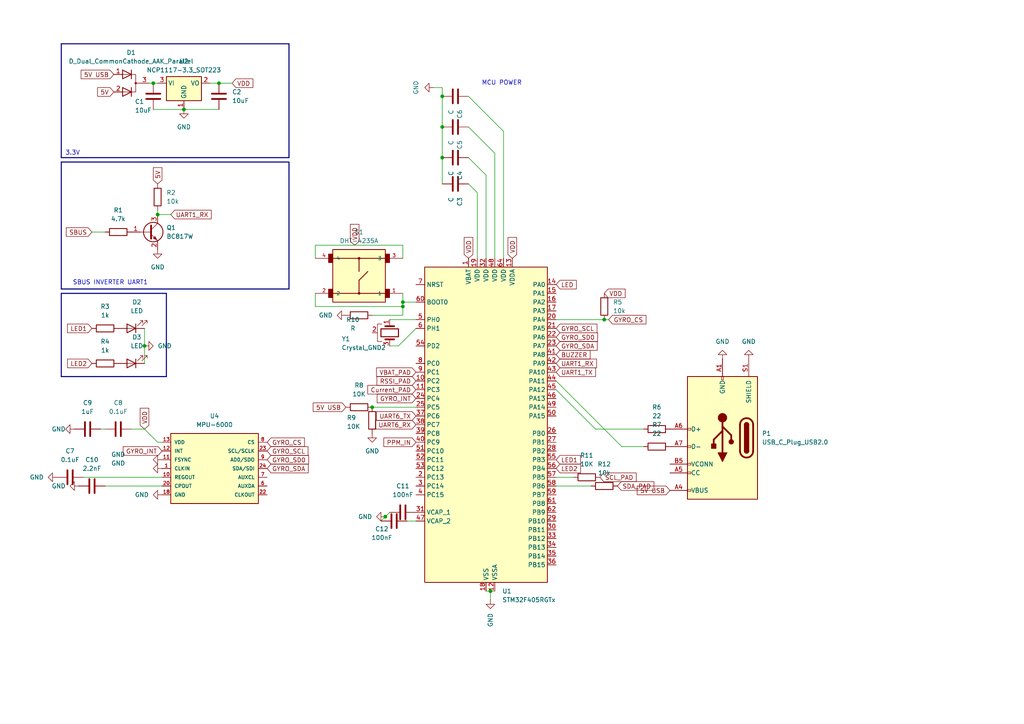
<source format=kicad_sch>
(kicad_sch (version 20250114) (generator "eeschema") (generator_version "9.0")
  (paper "A4")
  (lib_symbols
    (symbol "Connector:USB_C_Plug_USB2.0" (pin_names (offset 1.016))
      (property "Reference" "P" (at -10.16 19.05 0))
      (property "Value" "USB_C_Plug_USB2.0" (at 12.7 19.05 0))
      (symbol "USB_C_Plug_USB2.0_0_0"
        (rectangle (start -0.254 -17.78) (end 0.254 -16.764))
        (rectangle (start 10.16 15.494) (end 9.144 14.986))
        (rectangle (start 10.16 10.414) (end 9.144 9.906))
        (rectangle (start 10.16 7.874) (end 9.144 7.366))
        (rectangle (start 10.16 2.794) (end 9.144 2.286))
        (rectangle (start 10.16 -2.286) (end 9.144 -2.794))
      )
      (symbol "USB_C_Plug_USB2.0_0_1"
        (rectangle (start -10.16 17.78) (end 10.16 -17.78) (stroke (width 0.254)) (fill (type background)))
        (polyline (pts (xy -8.89 -3.81) (xy -8.89 3.81)) (stroke (width 0.508)))
        (rectangle (start -7.62 -3.81) (end -6.35 3.81) (stroke (width 0.254)) (fill (type outline)))
        (arc (start -7.62 3.81) (mid -6.985 4.4423) (end -6.35 3.81) (stroke (width 0.254)))
        (arc (start -7.62 3.81) (mid -6.985 4.4423) (end -6.35 3.81) (stroke (width 0.254)) (fill (type outline)))
        (arc (start -8.89 3.81) (mid -6.985 5.7067) (end -5.08 3.81) (stroke (width 0.508)))
        (arc (start -5.08 -3.81) (mid -6.985 -5.7067) (end -8.89 -3.81) (stroke (width 0.508)))
        (arc (start -6.35 -3.81) (mid -6.985 -4.4423) (end -7.62 -3.81) (stroke (width 0.254)))
        (arc (start -6.35 -3.81) (mid -6.985 -4.4423) (end -7.62 -3.81) (stroke (width 0.254)) (fill (type outline)))
        (polyline (pts (xy -5.08 3.81) (xy -5.08 -3.81)) (stroke (width 0.508)))
        (circle (center -2.54 1.143) (radius 0.635) (stroke (width 0.254)) (fill (type outline)))
        (polyline (pts (xy -1.27 4.318) (xy 0 6.858) (xy 1.27 4.318) (xy -1.27 4.318)) (stroke (width 0.254)) (fill (type outline)))
        (polyline (pts (xy 0 -2.032) (xy 2.54 0.508) (xy 2.54 1.778)) (stroke (width 0.508)))
        (polyline (pts (xy 0 -3.302) (xy -2.54 -0.762) (xy -2.54 0.508)) (stroke (width 0.508)))
        (polyline (pts (xy 0 -5.842) (xy 0 4.318)) (stroke (width 0.508)))
        (circle (center 0 -5.842) (radius 1.27) (fill (type outline)))
        (rectangle (start 1.905 1.778) (end 3.175 3.048) (stroke (width 0.254)) (fill (type outline)))
      )
      (symbol "USB_C_Plug_USB2.0_1_1"
        (pin passive line (at -7.62 -22.86 90) (length 5.08) (name "SHIELD") (number "S1"))
        (pin passive line (at 0 -22.86 90) (length 5.08) (name "GND") (number "A1"))
        (pin passive line (at 0 -22.86 90) (length 5.08) (hide yes) (name "GND") (number "A12"))
        (pin passive line (at 0 -22.86 90) (length 5.08) (hide yes) (name "GND") (number "B1"))
        (pin passive line (at 0 -22.86 90) (length 5.08) (hide yes) (name "GND") (number "B12"))
        (pin passive line (at 15.24 15.24 180) (length 5.08) (name "VBUS") (number "A4"))
        (pin passive line (at 15.24 15.24 180) (length 5.08) (hide yes) (name "VBUS") (number "A9"))
        (pin passive line (at 15.24 15.24 180) (length 5.08) (hide yes) (name "VBUS") (number "B4"))
        (pin passive line (at 15.24 15.24 180) (length 5.08) (hide yes) (name "VBUS") (number "B9"))
        (pin bidirectional line (at 15.24 10.16 180) (length 5.08) (name "CC") (number "A5"))
        (pin bidirectional line (at 15.24 7.62 180) (length 5.08) (name "VCONN") (number "B5"))
        (pin bidirectional line (at 15.24 2.54 180) (length 5.08) (name "D-") (number "A7"))
        (pin bidirectional line (at 15.24 -2.54 180) (length 5.08) (name "D+") (number "A6"))
      )
    )
    (symbol "DHT-4235A:DHT-4235A" (pin_names (offset 1.016))
      (property "Reference" "S" (at -7.6222 7.6222 0))
      (property "Value" "DHT-4235A" (at -7.6222 -8.8926 0))
      (symbol "DHT-4235A_0_0"
        (rectangle (start -8.9065 3.8171) (end -7.62 6.35) (stroke (width 0.1)) (fill (type outline)))
        (rectangle (start -8.9051 -6.3608) (end -7.62 -3.81) (stroke (width 0.1)) (fill (type outline)))
        (rectangle (start -7.62 -7.62) (end 7.62 7.62) (stroke (width 0.254)) (fill (type background)))
        (circle (center 0 5.08) (radius 0.254) (stroke (width 0.254)))
        (polyline (pts (xy 0 5.08) (xy -7.62 5.08)) (stroke (width 0.254)))
        (polyline (pts (xy 0 5.08) (xy 0 1.27)) (stroke (width 0.254)))
        (polyline (pts (xy 0 1.27) (xy -2.54 -1.27)) (stroke (width 0.254)))
        (polyline (pts (xy 0 -5.08) (xy -7.62 -5.08)) (stroke (width 0.254)))
        (polyline (pts (xy 0 -5.08) (xy 0 -1.27)) (stroke (width 0.254)))
        (circle (center 0 -5.08) (radius 0.254) (stroke (width 0.254)))
        (polyline (pts (xy 7.62 5.08) (xy 0 5.08)) (stroke (width 0.254)))
        (polyline (pts (xy 7.62 -5.08) (xy 0 -5.08)) (stroke (width 0.254)))
        (rectangle (start 7.6258 3.8129) (end 8.89 6.35) (stroke (width 0.1)) (fill (type outline)))
        (rectangle (start 7.6263 -6.3553) (end 8.89 -3.81) (stroke (width 0.1)) (fill (type outline)))
        (pin passive line (at -12.7 5.08 0) (length 5.08) (name "1") (number "1"))
        (pin passive line (at -12.7 -5.08 0) (length 5.08) (name "3") (number "3"))
        (pin passive line (at 12.7 5.08 180) (length 5.08) (name "2") (number "2"))
        (pin passive line (at 12.7 -5.08 180) (length 5.08) (name "4") (number "4"))
      )
    )
    (symbol "Device:C" (pin_numbers (hide yes)) (pin_names (offset 0.254))
      (property "Reference" "C" (at 0.635 2.54 0))
      (property "Value" "C" (at 0.635 -2.54 0))
      (symbol "C_0_1"
        (polyline (pts (xy -2.032 0.762) (xy 2.032 0.762)) (stroke (width 0.508)))
        (polyline (pts (xy -2.032 -0.762) (xy 2.032 -0.762)) (stroke (width 0.508)))
      )
      (symbol "C_1_1"
        (pin passive line (at 0 3.81 270) (length 2.794) (name "~") (number "1"))
        (pin passive line (at 0 -3.81 90) (length 2.794) (name "~") (number "2"))
      )
    )
    (symbol "Device:Crystal_GND2" (pin_names (offset 1.016) (hide yes))
      (property "Reference" "Y" (at 0 5.715 0))
      (property "Value" "Crystal_GND2" (at 0 3.81 0))
      (symbol "Crystal_GND2_0_1"
        (polyline (pts (xy -2.54 0) (xy -1.905 0)))
        (polyline (pts (xy -2.54 -2.286) (xy -2.54 -3.556) (xy 2.54 -3.556) (xy 2.54 -2.286)))
        (polyline (pts (xy -1.905 -1.27) (xy -1.905 1.27)) (stroke (width 0.508)))
        (rectangle (start -1.143 2.54) (end 1.143 -2.54) (stroke (width 0.3048)))
        (polyline (pts (xy 0 -3.81) (xy 0 -3.556)))
        (polyline (pts (xy 1.905 1.27) (xy 1.905 -1.27)) (stroke (width 0.508)))
        (polyline (pts (xy 1.905 0) (xy 2.54 0)))
      )
      (symbol "Crystal_GND2_1_1"
        (pin passive line (at -3.81 0 0) (length 1.27) (name "1") (number "1"))
        (pin passive line (at 0 -5.08 90) (length 1.27) (name "2") (number "2"))
        (pin passive line (at 3.81 0 180) (length 1.27) (name "3") (number "3"))
      )
    )
    (symbol "Device:D_Dual_CommonCathode_AAK_Parallel" (pin_names (offset 0.762) (hide yes))
      (property "Reference" "D" (at 0 5.08 0))
      (property "Value" "D_Dual_CommonCathode_AAK_Parallel" (at 0 -5.08 0))
      (symbol "D_Dual_CommonCathode_AAK_Parallel_0_0"
        (polyline (pts (xy 0 1.27) (xy 0 3.81)) (stroke (width 0.254)))
        (polyline (pts (xy 0 -1.27) (xy 0 -3.81)) (stroke (width 0.254)))
      )
      (symbol "D_Dual_CommonCathode_AAK_Parallel_0_1"
        (polyline (pts (xy -2.54 3.81) (xy 0 2.54) (xy -2.54 1.27) (xy -2.54 3.81) (xy -2.54 3.81) (xy -2.54 3.81)) (stroke (width 0.254)))
        (polyline (pts (xy -2.54 -1.27) (xy 0 -2.54) (xy -2.54 -3.81) (xy -2.54 -1.27) (xy -2.54 -1.27) (xy -2.54 -1.27)) (stroke (width 0.254)))
        (polyline (pts (xy -2.54 -2.54) (xy 1.27 -2.54) (xy 1.27 2.54) (xy -2.54 2.54)))
        (polyline (pts (xy 1.27 0) (xy 2.54 0)))
        (circle (center 1.27 0) (radius 0.254) (fill (type outline)))
        (pin passive line (at -5.08 2.54 0) (length 2.54) (name "A") (number "1"))
        (pin passive line (at -5.08 -2.54 0) (length 2.54) (name "A") (number "2"))
        (pin passive line (at 5.08 0 180) (length 2.54) (name "K") (number "3"))
      )
    )
    (symbol "Device:LED" (pin_numbers (hide yes)) (pin_names (offset 1.016) (hide yes))
      (property "Reference" "D" (at 0 2.54 0))
      (property "Value" "LED" (at 0 -2.54 0))
      (symbol "LED_0_1"
        (polyline (pts (xy -3.048 -0.762) (xy -4.572 -2.286) (xy -3.81 -2.286) (xy -4.572 -2.286) (xy -4.572 -1.524)))
        (polyline (pts (xy -1.778 -0.762) (xy -3.302 -2.286) (xy -2.54 -2.286) (xy -3.302 -2.286) (xy -3.302 -1.524)))
        (polyline (pts (xy -1.27 0) (xy 1.27 0)))
        (polyline (pts (xy -1.27 -1.27) (xy -1.27 1.27)) (stroke (width 0.254)))
        (polyline (pts (xy 1.27 -1.27) (xy 1.27 1.27) (xy -1.27 0) (xy 1.27 -1.27)) (stroke (width 0.254)))
      )
      (symbol "LED_1_1"
        (pin passive line (at -3.81 0 0) (length 2.54) (name "K") (number "1"))
        (pin passive line (at 3.81 0 180) (length 2.54) (name "A") (number "2"))
      )
    )
    (symbol "Device:R" (pin_numbers (hide yes)) (pin_names (offset 0))
      (property "Reference" "R" (at 2.032 0 90))
      (property "Value" "R" (at 0 0 90))
      (symbol "R_0_1"
        (rectangle (start -1.016 -2.54) (end 1.016 2.54) (stroke (width 0.254)))
      )
      (symbol "R_1_1"
        (pin passive line (at 0 3.81 270) (length 1.27) (name "~") (number "1"))
        (pin passive line (at 0 -3.81 90) (length 1.27) (name "~") (number "2"))
      )
    )
    (symbol "MCU_ST_STM32F4:STM32F405RGTx"
      (property "Reference" "U" (at -17.78 46.99 0))
      (property "Value" "STM32F405RGTx" (at 10.16 46.99 0))
      (symbol "STM32F405RGTx_0_1"
        (rectangle (start -17.78 -45.72) (end 17.78 45.72) (stroke (width 0.254)) (fill (type background)))
      )
      (symbol "STM32F405RGTx_1_1"
        (pin input line (at -20.32 40.64 0) (length 2.54) (name "NRST") (number "7"))
        (pin input line (at -20.32 35.56 0) (length 2.54) (name "BOOT0") (number "60"))
        (pin bidirectional line (at -20.32 30.48 0) (length 2.54) (name "PH0") (number "5"))
        (pin bidirectional line (at -20.32 27.94 0) (length 2.54) (name "PH1") (number "6"))
        (pin bidirectional line (at -20.32 22.86 0) (length 2.54) (name "PD2") (number "54"))
        (pin bidirectional line (at -20.32 17.78 0) (length 2.54) (name "PC0") (number "8"))
        (pin bidirectional line (at -20.32 15.24 0) (length 2.54) (name "PC1") (number "9"))
        (pin bidirectional line (at -20.32 12.7 0) (length 2.54) (name "PC2") (number "10"))
        (pin bidirectional line (at -20.32 10.16 0) (length 2.54) (name "PC3") (number "11"))
        (pin bidirectional line (at -20.32 7.62 0) (length 2.54) (name "PC4") (number "24"))
        (pin bidirectional line (at -20.32 5.08 0) (length 2.54) (name "PC5") (number "25"))
        (pin bidirectional line (at -20.32 2.54 0) (length 2.54) (name "PC6") (number "37"))
        (pin bidirectional line (at -20.32 0 0) (length 2.54) (name "PC7") (number "38"))
        (pin bidirectional line (at -20.32 -2.54 0) (length 2.54) (name "PC8") (number "39"))
        (pin bidirectional line (at -20.32 -5.08 0) (length 2.54) (name "PC9") (number "40"))
        (pin bidirectional line (at -20.32 -7.62 0) (length 2.54) (name "PC10") (number "51"))
        (pin bidirectional line (at -20.32 -10.16 0) (length 2.54) (name "PC11") (number "52"))
        (pin bidirectional line (at -20.32 -12.7 0) (length 2.54) (name "PC12") (number "53"))
        (pin bidirectional line (at -20.32 -15.24 0) (length 2.54) (name "PC13") (number "2"))
        (pin bidirectional line (at -20.32 -17.78 0) (length 2.54) (name "PC14") (number "3"))
        (pin bidirectional line (at -20.32 -20.32 0) (length 2.54) (name "PC15") (number "4"))
        (pin power_out line (at -20.32 -25.4 0) (length 2.54) (name "VCAP_1") (number "31"))
        (pin power_out line (at -20.32 -27.94 0) (length 2.54) (name "VCAP_2") (number "47"))
        (pin power_in line (at -5.08 48.26 270) (length 2.54) (name "VBAT") (number "1"))
        (pin power_in line (at -2.54 48.26 270) (length 2.54) (name "VDD") (number "19"))
        (pin power_in line (at 0 48.26 270) (length 2.54) (name "VDD") (number "32"))
        (pin power_in line (at 0 -48.26 90) (length 2.54) (name "VSS") (number "18"))
        (pin passive line (at 0 -48.26 90) (length 2.54) (hide yes) (name "VSS") (number "63"))
        (pin power_in line (at 2.54 48.26 270) (length 2.54) (name "VDD") (number "48"))
        (pin power_in line (at 2.54 -48.26 90) (length 2.54) (name "VSSA") (number "12"))
        (pin power_in line (at 5.08 48.26 270) (length 2.54) (name "VDD") (number "64"))
        (pin power_in line (at 7.62 48.26 270) (length 2.54) (name "VDDA") (number "13"))
        (pin bidirectional line (at 20.32 40.64 180) (length 2.54) (name "PA0") (number "14"))
        (pin bidirectional line (at 20.32 38.1 180) (length 2.54) (name "PA1") (number "15"))
        (pin bidirectional line (at 20.32 35.56 180) (length 2.54) (name "PA2") (number "16"))
        (pin bidirectional line (at 20.32 33.02 180) (length 2.54) (name "PA3") (number "17"))
        (pin bidirectional line (at 20.32 30.48 180) (length 2.54) (name "PA4") (number "20"))
        (pin bidirectional line (at 20.32 27.94 180) (length 2.54) (name "PA5") (number "21"))
        (pin bidirectional line (at 20.32 25.4 180) (length 2.54) (name "PA6") (number "22"))
        (pin bidirectional line (at 20.32 22.86 180) (length 2.54) (name "PA7") (number "23"))
        (pin bidirectional line (at 20.32 20.32 180) (length 2.54) (name "PA8") (number "41"))
        (pin bidirectional line (at 20.32 17.78 180) (length 2.54) (name "PA9") (number "42"))
        (pin bidirectional line (at 20.32 15.24 180) (length 2.54) (name "PA10") (number "43"))
        (pin bidirectional line (at 20.32 12.7 180) (length 2.54) (name "PA11") (number "44"))
        (pin bidirectional line (at 20.32 10.16 180) (length 2.54) (name "PA12") (number "45"))
        (pin bidirectional line (at 20.32 7.62 180) (length 2.54) (name "PA13") (number "46"))
        (pin bidirectional line (at 20.32 5.08 180) (length 2.54) (name "PA14") (number "49"))
        (pin bidirectional line (at 20.32 2.54 180) (length 2.54) (name "PA15") (number "50"))
        (pin bidirectional line (at 20.32 -2.54 180) (length 2.54) (name "PB0") (number "26"))
        (pin bidirectional line (at 20.32 -5.08 180) (length 2.54) (name "PB1") (number "27"))
        (pin bidirectional line (at 20.32 -7.62 180) (length 2.54) (name "PB2") (number "28"))
        (pin bidirectional line (at 20.32 -10.16 180) (length 2.54) (name "PB3") (number "55"))
        (pin bidirectional line (at 20.32 -12.7 180) (length 2.54) (name "PB4") (number "56"))
        (pin bidirectional line (at 20.32 -15.24 180) (length 2.54) (name "PB5") (number "57"))
        (pin bidirectional line (at 20.32 -17.78 180) (length 2.54) (name "PB6") (number "58"))
        (pin bidirectional line (at 20.32 -20.32 180) (length 2.54) (name "PB7") (number "59"))
        (pin bidirectional line (at 20.32 -22.86 180) (length 2.54) (name "PB8") (number "61"))
        (pin bidirectional line (at 20.32 -25.4 180) (length 2.54) (name "PB9") (number "62"))
        (pin bidirectional line (at 20.32 -27.94 180) (length 2.54) (name "PB10") (number "29"))
        (pin bidirectional line (at 20.32 -30.48 180) (length 2.54) (name "PB11") (number "30"))
        (pin bidirectional line (at 20.32 -33.02 180) (length 2.54) (name "PB12") (number "33"))
        (pin bidirectional line (at 20.32 -35.56 180) (length 2.54) (name "PB13") (number "34"))
        (pin bidirectional line (at 20.32 -38.1 180) (length 2.54) (name "PB14") (number "35"))
        (pin bidirectional line (at 20.32 -40.64 180) (length 2.54) (name "PB15") (number "36"))
      )
    )
    (symbol "MPU-6000:MPU-6000" (pin_names (offset 1.016))
      (property "Reference" "U" (at -12.7 10.414 0))
      (property "Value" "MPU-6000" (at -12.7 -10.414 0))
      (symbol "MPU-6000_0_0"
        (rectangle (start -12.7 -10.16) (end 12.7 10.16) (stroke (width 0.254)) (fill (type background)))
        (pin bidirectional line (at -15.24 7.62 0) (length 2.54) (name "VDD") (number "13"))
        (pin bidirectional line (at -15.24 5.08 0) (length 2.54) (name "INT") (number "12"))
        (pin bidirectional line (at -15.24 2.54 0) (length 2.54) (name "FSYNC") (number "11"))
        (pin bidirectional line (at -15.24 0 0) (length 2.54) (name "CLKIN") (number "1"))
        (pin bidirectional line (at -15.24 -2.54 0) (length 2.54) (name "REGOUT") (number "10"))
        (pin bidirectional line (at -15.24 -5.08 0) (length 2.54) (name "CPOUT") (number "20"))
        (pin bidirectional line (at -15.24 -7.62 0) (length 2.54) (name "GND") (number "18"))
        (pin bidirectional line (at 15.24 7.62 180) (length 2.54) (name "CS") (number "8"))
        (pin bidirectional line (at 15.24 5.08 180) (length 2.54) (name "SCL/SCLK") (number "23"))
        (pin bidirectional line (at 15.24 2.54 180) (length 2.54) (name "AD0/SDO") (number "9"))
        (pin bidirectional line (at 15.24 0 180) (length 2.54) (name "SDA/SDI") (number "24"))
        (pin bidirectional line (at 15.24 -2.54 180) (length 2.54) (name "AUXCL") (number "7"))
        (pin bidirectional line (at 15.24 -5.08 180) (length 2.54) (name "AUXDA") (number "6"))
        (pin bidirectional line (at 15.24 -7.62 180) (length 2.54) (name "CLKOUT") (number "22"))
      )
    )
    (symbol "Regulator_Linear:NCP1117-3.3_SOT223"
      (property "Reference" "U" (at -3.81 3.175 0))
      (property "Value" "NCP1117-3.3_SOT223" (at 0 3.175 0))
      (symbol "NCP1117-3.3_SOT223_0_1"
        (rectangle (start -5.08 -5.08) (end 5.08 1.905) (stroke (width 0.254)) (fill (type background)))
      )
      (symbol "NCP1117-3.3_SOT223_1_1"
        (pin power_in line (at -7.62 0 0) (length 2.54) (name "VI") (number "3"))
        (pin power_in line (at 0 -7.62 90) (length 2.54) (name "GND") (number "1"))
        (pin power_out line (at 7.62 0 180) (length 2.54) (name "VO") (number "2"))
      )
    )
    (symbol "Transistor_BJT:BC817W" (pin_names (offset 0) (hide yes))
      (property "Reference" "Q" (at 5.08 1.905 0))
      (property "Value" "BC817W" (at 5.08 0 0))
      (symbol "BC817W_0_1"
        (polyline (pts (xy -2.54 0) (xy 0.635 0)))
        (polyline (pts (xy 0.635 1.905) (xy 0.635 -1.905)) (stroke (width 0.508)))
        (circle (center 1.27 0) (radius 2.8194) (stroke (width 0.254)))
      )
      (symbol "BC817W_1_1"
        (polyline (pts (xy 0.635 0.635) (xy 2.54 2.54)))
        (polyline (pts (xy 0.635 -0.635) (xy 2.54 -2.54)))
        (polyline (pts (xy 1.27 -1.778) (xy 1.778 -1.27) (xy 2.286 -2.286) (xy 1.27 -1.778)) (fill (type outline)))
        (pin input line (at -5.08 0 0) (length 2.54) (name "B") (number "1"))
        (pin passive line (at 2.54 5.08 270) (length 2.54) (name "C") (number "3"))
        (pin passive line (at 2.54 -5.08 90) (length 2.54) (name "E") (number "2"))
      )
    )
    (symbol "power:GND" (power) (pin_numbers (hide yes)) (pin_names (offset 0) (hide yes))
      (property "Value" "GND" (at 0 -3.81 0))
      (symbol "GND_0_1"
        (polyline (pts (xy 0 0) (xy 0 -1.27) (xy 1.27 -1.27) (xy 0 -2.54) (xy -1.27 -1.27) (xy 0 -1.27)))
      )
      (symbol "GND_1_1"
        (pin power_in line (at 0 0 270) (length 0) (name "~") (number "1"))
      )
    )
  )
  (text "SBUS INVERTER UART1" (at 32.004 82.042 0) (effects (font (size 1.27 1.27))))
  (text "3.3V" (at 21.082 44.45 0) (effects (font (size 1.27 1.27))))
  (text "MCU POWER" (at 145.542 24.13 0) (effects (font (size 1.27 1.27))))
  (junction (at 116.84 87.63))
  (junction (at 63.5 24.13))
  (junction (at 45.72 62.23))
  (junction (at 116.84 88.9))
  (junction (at 175.26 92.71))
  (junction (at 128.27 36.83))
  (junction (at 128.27 27.94))
  (junction (at 53.34 31.75))
  (junction (at 41.91 100.33))
  (junction (at 44.45 24.13))
  (junction (at 111.76 149.86))
  (junction (at 107.95 118.11))
  (junction (at 142.24 171.45))
  (junction (at 128.27 45.72))
  (wire (pts (xy 172.72 124.46) (xy 161.29 113.03)))
  (wire (pts (xy 91.44 85.09) (xy 91.44 88.9)))
  (bus (pts (xy 17.78 85.09) (xy 48.26 85.09)))
  (bus (pts (xy 17.78 46.99) (xy 17.78 83.82)))
  (wire (pts (xy 116.84 87.63) (xy 120.65 87.63)))
  (bus (pts (xy 17.78 45.72) (xy 83.82 45.72)))
  (wire (pts (xy 128.27 45.72) (xy 128.27 53.34)))
  (wire (pts (xy 30.48 140.97) (xy 46.99 140.97)))
  (wire (pts (xy 30.48 67.31) (xy 26.67 67.31)))
  (wire (pts (xy 111.76 149.86) (xy 110.49 151.13)))
  (wire (pts (xy 128.27 27.94) (xy 128.27 36.83)))
  (wire (pts (xy 53.34 31.75) (xy 63.5 31.75)))
  (bus (pts (xy 17.78 46.99) (xy 83.82 46.99)))
  (wire (pts (xy 91.44 88.9) (xy 116.84 88.9)))
  (wire (pts (xy 115.57 100.33) (xy 120.65 95.25)))
  (wire (pts (xy 118.11 151.13) (xy 120.65 151.13)))
  (bus (pts (xy 17.78 12.7) (xy 17.78 45.72)))
  (wire (pts (xy 138.43 74.93) (xy 138.43 55.88)))
  (bus (pts (xy 17.78 85.09) (xy 17.78 109.22)))
  (wire (pts (xy 38.1 124.46) (xy 41.91 124.46)))
  (wire (pts (xy 41.91 124.46) (xy 45.72 128.27)))
  (bus (pts (xy 83.82 46.99) (xy 83.82 83.82)))
  (wire (pts (xy 44.45 24.13) (xy 45.72 24.13)))
  (wire (pts (xy 41.91 95.25) (xy 41.91 100.33)))
  (wire (pts (xy 143.51 74.93) (xy 143.51 44.45)))
  (bus (pts (xy 17.78 12.7) (xy 83.82 12.7)))
  (wire (pts (xy 143.51 171.45) (xy 142.24 171.45)))
  (wire (pts (xy 116.84 87.63) (xy 116.84 88.9)))
  (wire (pts (xy 180.34 129.54) (xy 161.29 110.49)))
  (wire (pts (xy 146.05 74.93) (xy 146.05 38.1)))
  (wire (pts (xy 138.43 55.88) (xy 135.89 53.34)))
  (wire (pts (xy 67.31 24.13) (xy 63.5 24.13)))
  (wire (pts (xy 128.27 36.83) (xy 128.27 45.72)))
  (wire (pts (xy 45.72 62.23) (xy 49.53 62.23)))
  (wire (pts (xy 171.45 140.97) (xy 161.29 140.97)))
  (wire (pts (xy 142.24 171.45) (xy 140.97 171.45)))
  (wire (pts (xy 113.03 92.71) (xy 120.65 92.71)))
  (wire (pts (xy 45.72 60.96) (xy 45.72 62.23)))
  (wire (pts (xy 91.44 71.12) (xy 116.84 71.12)))
  (wire (pts (xy 44.45 31.75) (xy 53.34 31.75)))
  (wire (pts (xy 107.95 91.44) (xy 116.84 91.44)))
  (wire (pts (xy 140.97 50.8) (xy 135.89 45.72)))
  (wire (pts (xy 128.27 25.4) (xy 128.27 27.94)))
  (wire (pts (xy 142.24 171.45) (xy 142.24 173.99)))
  (wire (pts (xy 166.37 138.43) (xy 161.29 138.43)))
  (wire (pts (xy 140.97 74.93) (xy 140.97 50.8)))
  (wire (pts (xy 63.5 24.13) (xy 60.96 24.13)))
  (wire (pts (xy 91.44 71.12) (xy 91.44 74.93)))
  (wire (pts (xy 186.69 124.46) (xy 172.72 124.46)))
  (wire (pts (xy 113.03 100.33) (xy 115.57 100.33)))
  (wire (pts (xy 43.18 24.13) (xy 44.45 24.13)))
  (wire (pts (xy 24.13 138.43) (xy 46.99 138.43)))
  (wire (pts (xy 186.69 129.54) (xy 180.34 129.54)))
  (wire (pts (xy 128.27 25.4) (xy 125.73 25.4)))
  (bus (pts (xy 83.82 12.7) (xy 83.82 45.72)))
  (bus (pts (xy 48.26 85.09) (xy 48.26 109.22)))
  (wire (pts (xy 176.53 92.71) (xy 175.26 92.71)))
  (bus (pts (xy 17.78 83.82) (xy 83.82 83.82)))
  (wire (pts (xy 113.03 148.59) (xy 111.76 149.86)))
  (wire (pts (xy 107.95 118.11) (xy 120.65 118.11)))
  (wire (pts (xy 41.91 100.33) (xy 41.91 105.41)))
  (wire (pts (xy 116.84 88.9) (xy 116.84 91.44)))
  (wire (pts (xy 116.84 71.12) (xy 116.84 74.93)))
  (bus (pts (xy 17.78 109.22) (xy 48.26 109.22)))
  (wire (pts (xy 143.51 44.45) (xy 135.89 36.83)))
  (wire (pts (xy 107.95 118.11) (xy 106.68 118.11)))
  (wire (pts (xy 45.72 128.27) (xy 46.99 128.27)))
  (wire (pts (xy 116.84 85.09) (xy 116.84 87.63)))
  (wire (pts (xy 146.05 38.1) (xy 135.89 27.94)))
  (wire (pts (xy 29.21 124.46) (xy 30.48 124.46)))
  (wire (pts (xy 175.26 92.71) (xy 161.29 92.71)))
  (global_label "5V" (shape input) (at 33.02 26.67 180) (property "Intersheetrefs" "${INTERSHEET_REFS}" (effects (hide yes))))
  (global_label "VDD" (shape input) (at 102.87 71.12 90) (property "Intersheetrefs" "${INTERSHEET_REFS}" (effects (hide yes))))
  (global_label "LED1" (shape input) (at 161.29 133.35 0) (property "Intersheetrefs" "${INTERSHEET_REFS}" (effects (hide yes))))
  (global_label "SBUS" (shape input) (at 26.67 67.31 180) (property "Intersheetrefs" "${INTERSHEET_REFS}" (effects (hide yes))))
  (global_label "RSSI_PAD" (shape input) (at 120.65 110.49 180) (property "Intersheetrefs" "${INTERSHEET_REFS}" (effects (hide yes))))
  (global_label "VBAT_PAD" (shape input) (at 120.65 107.95 180) (property "Intersheetrefs" "${INTERSHEET_REFS}" (effects (hide yes))))
  (global_label "GYRO_CS" (shape input) (at 77.47 128.27 0) (property "Intersheetrefs" "${INTERSHEET_REFS}" (effects (hide yes))))
  (global_label "5V USB" (shape input) (at 194.31 142.24 180) (property "Intersheetrefs" "${INTERSHEET_REFS}" (effects (hide yes))))
  (global_label "UART1_RX" (shape input) (at 49.53 62.23 0) (property "Intersheetrefs" "${INTERSHEET_REFS}" (effects (hide yes))))
  (global_label "5V USB" (shape input) (at 33.02 21.59 180) (property "Intersheetrefs" "${INTERSHEET_REFS}" (effects (hide yes))))
  (global_label "SCL_PAD" (shape input) (at 173.99 138.43 0) (property "Intersheetrefs" "${INTERSHEET_REFS}" (effects (hide yes))))
  (global_label "SDA_PAD" (shape input) (at 179.07 140.97 0) (property "Intersheetrefs" "${INTERSHEET_REFS}" (effects (hide yes))))
  (global_label "GYRO_SCL" (shape input) (at 77.47 130.81 0) (property "Intersheetrefs" "${INTERSHEET_REFS}" (effects (hide yes))))
  (global_label "VDD" (shape input) (at 67.31 24.13 0) (property "Intersheetrefs" "${INTERSHEET_REFS}" (effects (hide yes))))
  (global_label "UART1_RX" (shape input) (at 161.29 105.41 0) (property "Intersheetrefs" "${INTERSHEET_REFS}" (effects (hide yes))))
  (global_label "GYRO_INT" (shape input) (at 46.99 130.81 180) (property "Intersheetrefs" "${INTERSHEET_REFS}" (effects (hide yes))))
  (global_label "BUZZER" (shape input) (at 161.29 102.87 0) (property "Intersheetrefs" "${INTERSHEET_REFS}" (effects (hide yes))))
  (global_label "GYRO_SD0" (shape input) (at 161.29 97.79 0) (property "Intersheetrefs" "${INTERSHEET_REFS}" (effects (hide yes))))
  (global_label "LED1" (shape input) (at 26.67 95.25 180) (property "Intersheetrefs" "${INTERSHEET_REFS}" (effects (hide yes))))
  (global_label "5V" (shape input) (at 45.72 53.34 90) (property "Intersheetrefs" "${INTERSHEET_REFS}" (effects (hide yes))))
  (global_label "Current_PAD" (shape input) (at 120.65 113.03 180) (property "Intersheetrefs" "${INTERSHEET_REFS}" (effects (hide yes))))
  (global_label "LED2" (shape input) (at 26.67 105.41 180) (property "Intersheetrefs" "${INTERSHEET_REFS}" (effects (hide yes))))
  (global_label "GYRO_SCL" (shape input) (at 161.29 95.25 0) (property "Intersheetrefs" "${INTERSHEET_REFS}" (effects (hide yes))))
  (global_label "VDD" (shape input) (at 175.26 85.09 0) (property "Intersheetrefs" "${INTERSHEET_REFS}" (effects (hide yes))))
  (global_label "PPM_IN" (shape input) (at 120.65 128.27 180) (property "Intersheetrefs" "${INTERSHEET_REFS}" (effects (hide yes))))
  (global_label "GYRO_SD0" (shape input) (at 77.47 133.35 0) (property "Intersheetrefs" "${INTERSHEET_REFS}" (effects (hide yes))))
  (global_label "5V USB" (shape input) (at 100.33 118.11 180) (property "Intersheetrefs" "${INTERSHEET_REFS}" (effects (hide yes))))
  (global_label "GYRO_SDA" (shape input) (at 77.47 135.89 0) (property "Intersheetrefs" "${INTERSHEET_REFS}" (effects (hide yes))))
  (global_label "GYRO_CS" (shape input) (at 176.53 92.71 0) (property "Intersheetrefs" "${INTERSHEET_REFS}" (effects (hide yes))))
  (global_label "GYRO_SDA" (shape input) (at 161.29 100.33 0) (property "Intersheetrefs" "${INTERSHEET_REFS}" (effects (hide yes))))
  (global_label "UART1_TX" (shape input) (at 161.29 107.95 0) (property "Intersheetrefs" "${INTERSHEET_REFS}" (effects (hide yes))))
  (global_label "VDD" (shape input) (at 41.91 124.46 90) (property "Intersheetrefs" "${INTERSHEET_REFS}" (effects (hide yes))))
  (global_label "LED" (shape input) (at 161.29 82.55 0) (property "Intersheetrefs" "${INTERSHEET_REFS}" (effects (hide yes))))
  (global_label "UART6_RX" (shape input) (at 120.65 123.19 180) (property "Intersheetrefs" "${INTERSHEET_REFS}" (effects (hide yes))))
  (global_label "VDD" (shape input) (at 148.59 74.93 90) (property "Intersheetrefs" "${INTERSHEET_REFS}" (effects (hide yes))))
  (global_label "VDD" (shape input) (at 135.89 74.93 90) (property "Intersheetrefs" "${INTERSHEET_REFS}" (effects (hide yes))))
  (global_label "UART6_TX" (shape input) (at 120.65 120.65 180) (property "Intersheetrefs" "${INTERSHEET_REFS}" (effects (hide yes))))
  (global_label "GYRO_INT" (shape input) (at 120.65 115.57 180) (property "Intersheetrefs" "${INTERSHEET_REFS}" (effects (hide yes))))
  (global_label "LED2" (shape input) (at 161.29 135.89 0) (property "Intersheetrefs" "${INTERSHEET_REFS}" (effects (hide yes))))
  (symbol (lib_id "MCU_ST_STM32F4:STM32F405RGTx") (at 140.97 123.19 0) (unit 1)
    (property "Reference" "U1" (at 145.6533 171.45 0) (effects (justify left)))
    (property "Value" "STM32F405RGTx" (at 145.6533 173.99 0) (effects (justify left)))
    (property "Footprint" "Package_QFP:LQFP-64_10x10mm_P0.5mm" (effects (hide yes)))
    (property "Datasheet" "https://www.st.com/resource/en/datasheet/stm32f405rg.pdf" (effects (hide yes)))
    (property "Description" "STMicroelectronics Arm Cortex-M4 MCU, 1024KB flash, 192KB RAM, 168 MHz, 1.8-3.6V, 51 GPIO, LQFP64" (effects (hide yes)))
  )
  (symbol (lib_id "power:GND") (at 142.24 173.99 0) (unit 1)
    (property "Reference" "#PWR05" (effects (hide yes)))
    (property "Value" "GND" (at 142.2401 177.8 90) (effects (justify right)))
    (property "Description" "Power symbol creates a global label with name \"GND\" , ground" (effects (hide yes)))
  )
  (symbol (lib_id "Device:LED") (at 38.1 105.41 180) (unit 1)
    (property "Reference" "D3" (at 39.6875 97.79 0))
    (property "Value" "LED" (at 39.6875 100.33 0))
    (property "Description" "Light emitting diode" (effects (hide yes)))
    (property "Sim.Pins" "1=K 2=A" (effects (hide yes)))
  )
  (symbol (lib_id "Device:R") (at 30.48 105.41 90) (unit 1)
    (property "Reference" "R4" (at 30.48 99.06 90))
    (property "Value" "1k" (at 30.48 101.6 90))
    (property "Description" "Resistor" (effects (hide yes)))
  )
  (symbol (lib_id "Device:C") (at 132.08 45.72 270) (unit 1)
    (property "Reference" "C4" (at 133.3501 49.53 0) (effects (justify left)))
    (property "Value" "C" (at 130.8101 49.53 0) (effects (justify left)))
    (property "Description" "Unpolarized capacitor" (effects (hide yes)))
  )
  (symbol (lib_id "Device:C") (at 132.08 27.94 270) (unit 1)
    (property "Reference" "C6" (at 133.3501 31.75 0) (effects (justify left)))
    (property "Value" "C" (at 130.8101 31.75 0) (effects (justify left)))
    (property "Description" "Unpolarized capacitor" (effects (hide yes)))
  )
  (symbol (lib_id "Device:R") (at 170.18 138.43 90) (unit 1)
    (property "Reference" "R11" (at 170.18 132.08 90))
    (property "Value" "10K" (at 170.18 134.62 90))
    (property "Description" "Resistor" (effects (hide yes)))
  )
  (symbol (lib_id "power:GND") (at 16.51 138.43 270) (unit 1)
    (property "Reference" "#PWR09" (effects (hide yes)))
    (property "Value" "GND" (at 12.7 138.4299 90) (effects (justify right)))
    (property "Description" "Power symbol creates a global label with name \"GND\" , ground" (effects (hide yes)))
  )
  (symbol (lib_id "Device:R") (at 45.72 57.15 0) (unit 1)
    (property "Reference" "R2" (at 48.26 55.8799 0) (effects (justify left)))
    (property "Value" "10k" (at 48.26 58.4199 0) (effects (justify left)))
    (property "Description" "Resistor" (effects (hide yes)))
  )
  (symbol (lib_id "Device:C") (at 132.08 53.34 270) (unit 1)
    (property "Reference" "C3" (at 133.3501 57.15 0) (effects (justify left)))
    (property "Value" "C" (at 130.8101 57.15 0) (effects (justify left)))
    (property "Description" "Unpolarized capacitor" (effects (hide yes)))
  )
  (symbol (lib_id "power:GND") (at 46.99 143.51 270) (unit 1)
    (property "Reference" "#PWR07" (effects (hide yes)))
    (property "Value" "GND" (at 43.18 143.5099 90) (effects (justify right)))
    (property "Description" "Power symbol creates a global label with name \"GND\" , ground" (effects (hide yes)))
  )
  (symbol (lib_id "power:GND") (at 111.76 149.86 270) (unit 1)
    (property "Reference" "#PWR015" (effects (hide yes)))
    (property "Value" "GND" (at 107.95 149.8599 90) (effects (justify right)))
    (property "Description" "Power symbol creates a global label with name \"GND\" , ground" (effects (hide yes)))
  )
  (symbol (lib_id "power:GND") (at 21.59 124.46 270) (unit 1)
    (property "Reference" "#PWR011" (effects (hide yes)))
    (property "Value" "GND" (at 19.05 124.4599 90) (effects (justify right)))
    (property "Description" "Power symbol creates a global label with name \"GND\" , ground" (effects (hide yes)))
  )
  (symbol (lib_id "power:GND") (at 217.17 104.14 180) (unit 1)
    (property "Reference" "#PWR014" (effects (hide yes)))
    (property "Value" "GND" (at 217.17 99.06 0))
    (property "Description" "Power symbol creates a global label with name \"GND\" , ground" (effects (hide yes)))
  )
  (symbol (lib_id "power:GND") (at 209.55 104.14 180) (unit 1)
    (property "Reference" "#PWR013" (effects (hide yes)))
    (property "Value" "GND" (at 209.55 99.06 0))
    (property "Description" "Power symbol creates a global label with name \"GND\" , ground" (effects (hide yes)))
  )
  (symbol (lib_id "Device:R") (at 34.29 67.31 90) (unit 1)
    (property "Reference" "R1" (at 34.29 60.96 90))
    (property "Value" "4.7k" (at 34.29 63.5 90))
    (property "Description" "Resistor" (effects (hide yes)))
  )
  (symbol (lib_id "power:GND") (at 53.34 31.75 0) (unit 1)
    (property "Reference" "#PWR01" (effects (hide yes)))
    (property "Value" "GND" (at 53.34 36.83 0))
    (property "Description" "Power symbol creates a global label with name \"GND\" , ground" (effects (hide yes)))
  )
  (symbol (lib_id "Device:C") (at 132.08 36.83 270) (unit 1)
    (property "Reference" "C5" (at 133.3501 40.64 0) (effects (justify left)))
    (property "Value" "C" (at 130.8101 40.64 0) (effects (justify left)))
    (property "Description" "Unpolarized capacitor" (effects (hide yes)))
  )
  (symbol (lib_id "Device:C") (at 34.29 124.46 90) (unit 1)
    (property "Reference" "C8" (at 34.29 116.84 90))
    (property "Value" "0.1uF" (at 34.29 119.38 90))
    (property "Description" "Unpolarized capacitor" (effects (hide yes)))
  )
  (symbol (lib_id "power:GND") (at 100.33 91.44 270) (unit 1)
    (property "Reference" "#PWR016" (effects (hide yes)))
    (property "Value" "GND" (at 96.52 91.4399 90) (effects (justify right)))
    (property "Description" "Power symbol creates a global label with name \"GND\" , ground" (effects (hide yes)))
  )
  (symbol (lib_id "power:GND") (at 107.95 125.73 0) (unit 1)
    (property "Reference" "#PWR03" (effects (hide yes)))
    (property "Value" "GND" (at 107.95 130.81 0))
    (property "Description" "Power symbol creates a global label with name \"GND\" , ground" (effects (hide yes)))
  )
  (symbol (lib_id "Device:C") (at 26.67 140.97 90) (unit 1)
    (property "Reference" "C10" (at 26.67 133.35 90))
    (property "Value" "2.2nF" (at 26.67 135.89 90))
    (property "Description" "Unpolarized capacitor" (effects (hide yes)))
  )
  (symbol (lib_id "power:GND") (at 46.99 135.89 270) (unit 1)
    (property "Reference" "#PWR08" (effects (hide yes)))
    (property "Value" "GND" (at 36.322 134.366 90) (effects (justify right)))
    (property "Description" "Power symbol creates a global label with name \"GND\" , ground" (effects (hide yes)))
  )
  (symbol (lib_id "Device:C") (at 25.4 124.46 90) (unit 1)
    (property "Reference" "C9" (at 25.4 116.84 90))
    (property "Value" "1uF" (at 25.4 119.38 90))
    (property "Description" "Unpolarized capacitor" (effects (hide yes)))
  )
  (symbol (lib_id "Device:R") (at 190.5 129.54 90) (unit 1)
    (property "Reference" "R7" (at 190.5 123.19 90))
    (property "Value" "22" (at 190.5 125.73 90))
    (property "Description" "Resistor" (effects (hide yes)))
  )
  (symbol (lib_id "Device:C") (at 63.5 27.94 0) (unit 1)
    (property "Reference" "C2" (at 67.31 26.6699 0) (effects (justify left)))
    (property "Value" "10uF" (at 67.31 29.2099 0) (effects (justify left)))
    (property "Description" "Unpolarized capacitor" (effects (hide yes)))
  )
  (symbol (lib_id "power:GND") (at 45.72 72.39 0) (unit 1)
    (property "Reference" "#PWR02" (effects (hide yes)))
    (property "Value" "GND" (at 45.72 77.47 0))
    (property "Description" "Power symbol creates a global label with name \"GND\" , ground" (effects (hide yes)))
  )
  (symbol (lib_id "Device:C") (at 116.84 148.59 90) (unit 1)
    (property "Reference" "C11" (at 116.84 140.97 90))
    (property "Value" "100nF" (at 116.84 143.51 90))
    (property "Description" "Unpolarized capacitor" (effects (hide yes)))
  )
  (symbol (lib_id "Device:D_Dual_CommonCathode_AAK_Parallel") (at 38.1 24.13 0) (unit 1)
    (property "Reference" "D1" (at 38.0365 15.24 0))
    (property "Value" "D_Dual_CommonCathode_AAK_Parallel" (at 38.0365 17.78 0))
    (property "Description" "Dual diode, common cathode on pin 1" (effects (hide yes)))
  )
  (symbol (lib_id "Device:R") (at 190.5 124.46 90) (unit 1)
    (property "Reference" "R6" (at 190.5 118.11 90))
    (property "Value" "22" (at 190.5 120.65 90))
    (property "Description" "Resistor" (effects (hide yes)))
  )
  (symbol (lib_id "power:GND") (at 125.73 25.4 270) (unit 1)
    (property "Reference" "#PWR04" (effects (hide yes)))
    (property "Value" "GND" (at 120.65 25.4 0))
    (property "Description" "Power symbol creates a global label with name \"GND\" , ground" (effects (hide yes)))
  )
  (symbol (lib_id "Device:R") (at 104.14 91.44 90) (unit 1)
    (property "Reference" "R10" (at 102.362 92.71 90))
    (property "Value" "R" (at 102.362 95.25 90))
    (property "Description" "Resistor" (effects (hide yes)))
  )
  (symbol (lib_id "Device:C") (at 114.3 151.13 90) (unit 1)
    (property "Reference" "C12" (at 110.744 153.416 90))
    (property "Value" "100nF" (at 110.744 155.956 90))
    (property "Description" "Unpolarized capacitor" (effects (hide yes)))
  )
  (symbol (lib_id "Connector:USB_C_Plug_USB2.0") (at 209.55 127 180) (unit 1)
    (property "Reference" "P1" (at 220.98 125.7299 0) (effects (justify right)))
    (property "Value" "USB_C_Plug_USB2.0" (at 220.98 128.2699 0) (effects (justify right)))
    (property "Datasheet" "https://www.usb.org/sites/default/files/documents/usb_type-c.zip" (effects (hide yes)))
    (property "Description" "USB 2.0-only Type-C Plug connector" (effects (hide yes)))
  )
  (symbol (lib_id "Regulator_Linear:NCP1117-3.3_SOT223") (at 53.34 24.13 0) (unit 1)
    (property "Reference" "U2" (at 53.34 17.78 0))
    (property "Value" "NCP1117-3.3_SOT223" (at 53.34 20.32 0))
    (property "Footprint" "Package_TO_SOT_SMD:SOT-223-3_TabPin2" (effects (hide yes)))
    (property "Datasheet" "http://www.onsemi.com/pub_link/Collateral/NCP1117-D.PDF" (effects (hide yes)))
    (property "Description" "1A Low drop-out regulator, Fixed Output 3.3V, SOT-223" (effects (hide yes)))
  )
  (symbol (lib_id "Transistor_BJT:BC817W") (at 43.18 67.31 0) (unit 1)
    (property "Reference" "Q1" (at 48.26 66.0399 0) (effects (justify left)))
    (property "Value" "BC817W" (at 48.26 68.5799 0) (effects (justify left)))
    (property "Footprint" "Package_TO_SOT_SMD:SOT-323_SC-70" (effects (hide yes)))
    (property "Datasheet" "https://www.onsemi.com/pub/Collateral/BC818-D.pdf" (effects (hide yes)))
    (property "Description" "0.8A Ic, 45V Vce, NPN Transistor, SOT-323" (effects (hide yes)))
  )
  (symbol (lib_id "Device:C") (at 44.45 27.94 0) (unit 1)
    (property "Reference" "C1" (at 39.116 29.464 0) (effects (justify left)))
    (property "Value" "10uF" (at 39.116 32.004 0) (effects (justify left)))
    (property "Description" "Unpolarized capacitor" (effects (hide yes)))
  )
  (symbol (lib_id "MPU-6000:MPU-6000") (at 62.23 135.89 0) (unit 1)
    (property "Reference" "U4" (at 62.23 120.65 0))
    (property "Value" "MPU-6000" (at 62.23 123.19 0))
    (property "Footprint" "MPU-6000:QFN-24-EP" (effects (hide yes)))
    (property "MF" "TDK InvenSense" (effects (hide yes)))
    (property "Description_1" "MPU-6000 series Accelerometer, Gyroscope, 3 Axis Sensor Evaluation Board" (effects (hide yes)))
    (property "Package" "QFN-24 InvenSense" (effects (hide yes)))
    (property "Price" "None" (effects (hide yes)))
    (property "SF_ID" "SEN-11234" (effects (hide yes)))
    (property "PROD_ID" "IC-11089" (effects (hide yes)))
    (property "SnapEDA_Link" "https://www.snapeda.com/parts/MPU-6000/TDK/view-part/?ref=snap" (effects (hide yes)))
    (property "MP" "MPU-6000" (effects (hide yes)))
    (property "Availability" "In Stock" (effects (hide yes)))
    (property "Check_prices" "https://www.snapeda.com/parts/MPU-6000/TDK/view-part/?ref=eda" (effects (hide yes)))
  )
  (symbol (lib_id "Device:Crystal_GND2") (at 113.03 96.52 270) (unit 1)
    (property "Reference" "Y1" (at 99.06 98.298 90) (effects (justify left)))
    (property "Value" "Crystal_GND2" (at 99.06 100.838 90) (effects (justify left)))
    (property "Description" "Three pin crystal, GND on pin 2" (effects (hide yes)))
  )
  (symbol (lib_id "Device:R") (at 107.95 121.92 0) (unit 1)
    (property "Reference" "R9" (at 100.584 121.158 0) (effects (justify left)))
    (property "Value" "10K" (at 100.584 123.698 0) (effects (justify left)))
    (property "Description" "Resistor" (effects (hide yes)))
  )
  (symbol (lib_id "Device:R") (at 104.14 118.11 90) (unit 1)
    (property "Reference" "R8" (at 104.14 111.76 90))
    (property "Value" "10K" (at 104.14 114.3 90))
    (property "Description" "Resistor" (effects (hide yes)))
  )
  (symbol (lib_id "Device:R") (at 175.26 140.97 90) (unit 1)
    (property "Reference" "R12" (at 175.26 134.62 90))
    (property "Value" "10k" (at 175.26 137.16 90))
    (property "Description" "Resistor" (effects (hide yes)))
  )
  (symbol (lib_id "Device:R") (at 30.48 95.25 90) (unit 1)
    (property "Reference" "R3" (at 30.48 88.9 90))
    (property "Value" "1k" (at 30.48 91.44 90))
    (property "Description" "Resistor" (effects (hide yes)))
  )
  (symbol (lib_id "Device:LED") (at 38.1 95.25 180) (unit 1)
    (property "Reference" "D2" (at 39.6875 87.63 0))
    (property "Value" "LED" (at 39.6875 90.17 0))
    (property "Description" "Light emitting diode" (effects (hide yes)))
    (property "Sim.Pins" "1=K 2=A" (effects (hide yes)))
  )
  (symbol (lib_id "DHT-4235A:DHT-4235A") (at 104.14 80.01 180) (unit 1)
    (property "Reference" "S1" (at 104.1482 67.31 0))
    (property "Value" "DHT-4235A" (at 104.1482 69.85 0))
    (property "Footprint" "DHT-4235A:SW_DHT-4235A" (effects (hide yes)))
    (property "MF" "D.O Electronics" (effects (hide yes)))
    (property "Description_1" "SMD Button ; SPST; 160gf" (effects (hide yes)))
    (property "Package" "None" (effects (hide yes)))
    (property "Price" "None" (effects (hide yes)))
    (property "Check_prices" "https://www.snapeda.com/parts/DHT-4235A/D.O+Electronics/view-part/?ref=eda" (effects (hide yes)))
    (property "SnapEDA_Link" "https://www.snapeda.com/parts/DHT-4235A/D.O+Electronics/view-part/?ref=snap" (effects (hide yes)))
    (property "MP" "DHT-4235A" (effects (hide yes)))
    (property "Availability" "Not in stock" (effects (hide yes)))
    (property "MANUFACTURER" "D.O Electronics" (effects (hide yes)))
  )
  (symbol (lib_id "Device:R") (at 175.26 88.9 0) (unit 1)
    (property "Reference" "R5" (at 177.8 87.6299 0) (effects (justify left)))
    (property "Value" "10k" (at 177.8 90.1699 0) (effects (justify left)))
    (property "Description" "Resistor" (effects (hide yes)))
  )
  (symbol (lib_id "power:GND") (at 22.86 140.97 270) (unit 1)
    (property "Reference" "#PWR012" (effects (hide yes)))
    (property "Value" "GND" (at 19.05 140.9699 90) (effects (justify right)))
    (property "Description" "Power symbol creates a global label with name \"GND\" , ground" (effects (hide yes)))
  )
  (symbol (lib_id "Device:C") (at 20.32 138.43 90) (unit 1)
    (property "Reference" "C7" (at 20.32 130.81 90))
    (property "Value" "0.1uF" (at 20.32 133.35 90))
    (property "Description" "Unpolarized capacitor" (effects (hide yes)))
  )
  (symbol (lib_id "power:GND") (at 46.99 133.35 270) (unit 1)
    (property "Reference" "#PWR010" (effects (hide yes)))
    (property "Value" "GND" (at 36.322 131.826 90) (effects (justify right)))
    (property "Description" "Power symbol creates a global label with name \"GND\" , ground" (effects (hide yes)))
  )
  (symbol (lib_id "power:GND") (at 41.91 100.33 90) (unit 1)
    (property "Reference" "#PWR06" (effects (hide yes)))
    (property "Value" "GND" (at 45.72 100.3299 90) (effects (justify right)))
    (property "Description" "Power symbol creates a global label with name \"GND\" , ground" (effects (hide yes)))
  )
)
</source>
